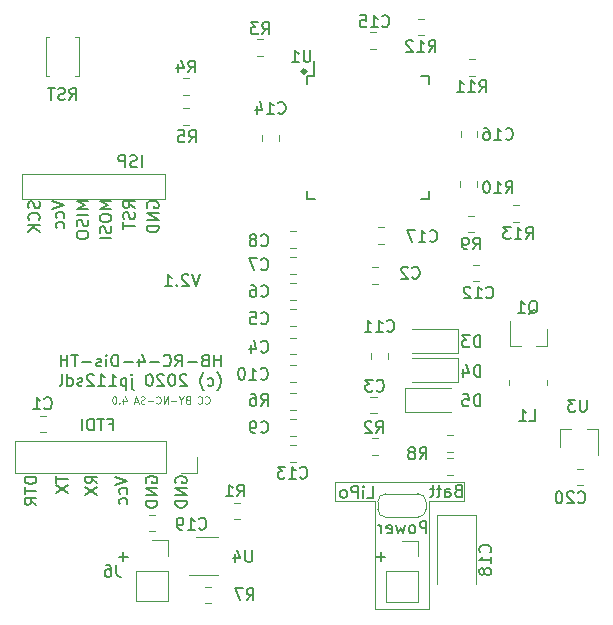
<source format=gbr>
G04 #@! TF.GenerationSoftware,KiCad,Pcbnew,(5.1.5-0-10_14)*
G04 #@! TF.CreationDate,2020-10-05T14:26:46+02:00*
G04 #@! TF.ProjectId,HB-RC-4-Dis-TH,48422d52-432d-4342-9d44-69732d54482e,rev?*
G04 #@! TF.SameCoordinates,Original*
G04 #@! TF.FileFunction,Legend,Bot*
G04 #@! TF.FilePolarity,Positive*
%FSLAX46Y46*%
G04 Gerber Fmt 4.6, Leading zero omitted, Abs format (unit mm)*
G04 Created by KiCad (PCBNEW (5.1.5-0-10_14)) date 2020-10-05 14:26:46*
%MOMM*%
%LPD*%
G04 APERTURE LIST*
%ADD10C,0.150000*%
%ADD11C,0.120000*%
%ADD12C,0.200000*%
%ADD13C,0.300000*%
%ADD14C,0.100000*%
G04 APERTURE END LIST*
D10*
X30323809Y-35752380D02*
X29990476Y-36752380D01*
X29657142Y-35752380D01*
X29371428Y-35847619D02*
X29323809Y-35800000D01*
X29228571Y-35752380D01*
X28990476Y-35752380D01*
X28895238Y-35800000D01*
X28847619Y-35847619D01*
X28800000Y-35942857D01*
X28800000Y-36038095D01*
X28847619Y-36180952D01*
X29419047Y-36752380D01*
X28800000Y-36752380D01*
X28371428Y-36657142D02*
X28323809Y-36704761D01*
X28371428Y-36752380D01*
X28419047Y-36704761D01*
X28371428Y-36657142D01*
X28371428Y-36752380D01*
X27371428Y-36752380D02*
X27942857Y-36752380D01*
X27657142Y-36752380D02*
X27657142Y-35752380D01*
X27752380Y-35895238D01*
X27847619Y-35990476D01*
X27942857Y-36038095D01*
D11*
X41740000Y-54930000D02*
X41740000Y-53330000D01*
X45140000Y-54930000D02*
X41740000Y-54930000D01*
X45140000Y-64130000D02*
X45140000Y-54930000D01*
X49740000Y-64130000D02*
X45140000Y-64130000D01*
X49740000Y-54930000D02*
X49740000Y-64130000D01*
X52740000Y-54930000D02*
X49740000Y-54930000D01*
X52740000Y-53330000D02*
X52740000Y-54930000D01*
X41840000Y-53330000D02*
X52740000Y-53330000D01*
D10*
X52192380Y-54058571D02*
X52049523Y-54106190D01*
X52001904Y-54153809D01*
X51954285Y-54249047D01*
X51954285Y-54391904D01*
X52001904Y-54487142D01*
X52049523Y-54534761D01*
X52144761Y-54582380D01*
X52525714Y-54582380D01*
X52525714Y-53582380D01*
X52192380Y-53582380D01*
X52097142Y-53630000D01*
X52049523Y-53677619D01*
X52001904Y-53772857D01*
X52001904Y-53868095D01*
X52049523Y-53963333D01*
X52097142Y-54010952D01*
X52192380Y-54058571D01*
X52525714Y-54058571D01*
X51097142Y-54582380D02*
X51097142Y-54058571D01*
X51144761Y-53963333D01*
X51240000Y-53915714D01*
X51430476Y-53915714D01*
X51525714Y-53963333D01*
X51097142Y-54534761D02*
X51192380Y-54582380D01*
X51430476Y-54582380D01*
X51525714Y-54534761D01*
X51573333Y-54439523D01*
X51573333Y-54344285D01*
X51525714Y-54249047D01*
X51430476Y-54201428D01*
X51192380Y-54201428D01*
X51097142Y-54153809D01*
X50763809Y-53915714D02*
X50382857Y-53915714D01*
X50620952Y-53582380D02*
X50620952Y-54439523D01*
X50573333Y-54534761D01*
X50478095Y-54582380D01*
X50382857Y-54582380D01*
X50192380Y-53915714D02*
X49811428Y-53915714D01*
X50049523Y-53582380D02*
X50049523Y-54439523D01*
X50001904Y-54534761D01*
X49906666Y-54582380D01*
X49811428Y-54582380D01*
X44520952Y-54682380D02*
X44997142Y-54682380D01*
X44997142Y-53682380D01*
X44187619Y-54682380D02*
X44187619Y-54015714D01*
X44187619Y-53682380D02*
X44235238Y-53730000D01*
X44187619Y-53777619D01*
X44140000Y-53730000D01*
X44187619Y-53682380D01*
X44187619Y-53777619D01*
X43711428Y-54682380D02*
X43711428Y-53682380D01*
X43330476Y-53682380D01*
X43235238Y-53730000D01*
X43187619Y-53777619D01*
X43140000Y-53872857D01*
X43140000Y-54015714D01*
X43187619Y-54110952D01*
X43235238Y-54158571D01*
X43330476Y-54206190D01*
X43711428Y-54206190D01*
X42568571Y-54682380D02*
X42663809Y-54634761D01*
X42711428Y-54587142D01*
X42759047Y-54491904D01*
X42759047Y-54206190D01*
X42711428Y-54110952D01*
X42663809Y-54063333D01*
X42568571Y-54015714D01*
X42425714Y-54015714D01*
X42330476Y-54063333D01*
X42282857Y-54110952D01*
X42235238Y-54206190D01*
X42235238Y-54491904D01*
X42282857Y-54587142D01*
X42330476Y-54634761D01*
X42425714Y-54682380D01*
X42568571Y-54682380D01*
D12*
X45259047Y-59658571D02*
X46020952Y-59658571D01*
X45640000Y-59277619D02*
X45640000Y-60039523D01*
D13*
X39290000Y-18580000D02*
G75*
G03X39290000Y-18580000I-150000J0D01*
G01*
D12*
X23459047Y-59658571D02*
X24220952Y-59658571D01*
X23840000Y-59277619D02*
X23840000Y-60039523D01*
D14*
X30782857Y-46644285D02*
X30811428Y-46672857D01*
X30897142Y-46701428D01*
X30954285Y-46701428D01*
X31040000Y-46672857D01*
X31097142Y-46615714D01*
X31125714Y-46558571D01*
X31154285Y-46444285D01*
X31154285Y-46358571D01*
X31125714Y-46244285D01*
X31097142Y-46187142D01*
X31040000Y-46130000D01*
X30954285Y-46101428D01*
X30897142Y-46101428D01*
X30811428Y-46130000D01*
X30782857Y-46158571D01*
X30182857Y-46644285D02*
X30211428Y-46672857D01*
X30297142Y-46701428D01*
X30354285Y-46701428D01*
X30440000Y-46672857D01*
X30497142Y-46615714D01*
X30525714Y-46558571D01*
X30554285Y-46444285D01*
X30554285Y-46358571D01*
X30525714Y-46244285D01*
X30497142Y-46187142D01*
X30440000Y-46130000D01*
X30354285Y-46101428D01*
X30297142Y-46101428D01*
X30211428Y-46130000D01*
X30182857Y-46158571D01*
X29268571Y-46387142D02*
X29182857Y-46415714D01*
X29154285Y-46444285D01*
X29125714Y-46501428D01*
X29125714Y-46587142D01*
X29154285Y-46644285D01*
X29182857Y-46672857D01*
X29240000Y-46701428D01*
X29468571Y-46701428D01*
X29468571Y-46101428D01*
X29268571Y-46101428D01*
X29211428Y-46130000D01*
X29182857Y-46158571D01*
X29154285Y-46215714D01*
X29154285Y-46272857D01*
X29182857Y-46330000D01*
X29211428Y-46358571D01*
X29268571Y-46387142D01*
X29468571Y-46387142D01*
X28754285Y-46415714D02*
X28754285Y-46701428D01*
X28954285Y-46101428D02*
X28754285Y-46415714D01*
X28554285Y-46101428D01*
X28354285Y-46472857D02*
X27897142Y-46472857D01*
X27611428Y-46701428D02*
X27611428Y-46101428D01*
X27268571Y-46701428D01*
X27268571Y-46101428D01*
X26640000Y-46644285D02*
X26668571Y-46672857D01*
X26754285Y-46701428D01*
X26811428Y-46701428D01*
X26897142Y-46672857D01*
X26954285Y-46615714D01*
X26982857Y-46558571D01*
X27011428Y-46444285D01*
X27011428Y-46358571D01*
X26982857Y-46244285D01*
X26954285Y-46187142D01*
X26897142Y-46130000D01*
X26811428Y-46101428D01*
X26754285Y-46101428D01*
X26668571Y-46130000D01*
X26640000Y-46158571D01*
X26382857Y-46472857D02*
X25925714Y-46472857D01*
X25668571Y-46672857D02*
X25582857Y-46701428D01*
X25440000Y-46701428D01*
X25382857Y-46672857D01*
X25354285Y-46644285D01*
X25325714Y-46587142D01*
X25325714Y-46530000D01*
X25354285Y-46472857D01*
X25382857Y-46444285D01*
X25440000Y-46415714D01*
X25554285Y-46387142D01*
X25611428Y-46358571D01*
X25640000Y-46330000D01*
X25668571Y-46272857D01*
X25668571Y-46215714D01*
X25640000Y-46158571D01*
X25611428Y-46130000D01*
X25554285Y-46101428D01*
X25411428Y-46101428D01*
X25325714Y-46130000D01*
X25097142Y-46530000D02*
X24811428Y-46530000D01*
X25154285Y-46701428D02*
X24954285Y-46101428D01*
X24754285Y-46701428D01*
X23840000Y-46301428D02*
X23840000Y-46701428D01*
X23982857Y-46072857D02*
X24125714Y-46501428D01*
X23754285Y-46501428D01*
X23525714Y-46644285D02*
X23497142Y-46672857D01*
X23525714Y-46701428D01*
X23554285Y-46672857D01*
X23525714Y-46644285D01*
X23525714Y-46701428D01*
X23125714Y-46101428D02*
X23068571Y-46101428D01*
X23011428Y-46130000D01*
X22982857Y-46158571D01*
X22954285Y-46215714D01*
X22925714Y-46330000D01*
X22925714Y-46472857D01*
X22954285Y-46587142D01*
X22982857Y-46644285D01*
X23011428Y-46672857D01*
X23068571Y-46701428D01*
X23125714Y-46701428D01*
X23182857Y-46672857D01*
X23211428Y-46644285D01*
X23240000Y-46587142D01*
X23268571Y-46472857D01*
X23268571Y-46330000D01*
X23240000Y-46215714D01*
X23211428Y-46158571D01*
X23182857Y-46130000D01*
X23125714Y-46101428D01*
D10*
X32125714Y-43557380D02*
X32125714Y-42557380D01*
X32125714Y-43033571D02*
X31554285Y-43033571D01*
X31554285Y-43557380D02*
X31554285Y-42557380D01*
X30744761Y-43033571D02*
X30601904Y-43081190D01*
X30554285Y-43128809D01*
X30506666Y-43224047D01*
X30506666Y-43366904D01*
X30554285Y-43462142D01*
X30601904Y-43509761D01*
X30697142Y-43557380D01*
X31078095Y-43557380D01*
X31078095Y-42557380D01*
X30744761Y-42557380D01*
X30649523Y-42605000D01*
X30601904Y-42652619D01*
X30554285Y-42747857D01*
X30554285Y-42843095D01*
X30601904Y-42938333D01*
X30649523Y-42985952D01*
X30744761Y-43033571D01*
X31078095Y-43033571D01*
X30078095Y-43176428D02*
X29316190Y-43176428D01*
X28268571Y-43557380D02*
X28601904Y-43081190D01*
X28840000Y-43557380D02*
X28840000Y-42557380D01*
X28459047Y-42557380D01*
X28363809Y-42605000D01*
X28316190Y-42652619D01*
X28268571Y-42747857D01*
X28268571Y-42890714D01*
X28316190Y-42985952D01*
X28363809Y-43033571D01*
X28459047Y-43081190D01*
X28840000Y-43081190D01*
X27268571Y-43462142D02*
X27316190Y-43509761D01*
X27459047Y-43557380D01*
X27554285Y-43557380D01*
X27697142Y-43509761D01*
X27792380Y-43414523D01*
X27840000Y-43319285D01*
X27887619Y-43128809D01*
X27887619Y-42985952D01*
X27840000Y-42795476D01*
X27792380Y-42700238D01*
X27697142Y-42605000D01*
X27554285Y-42557380D01*
X27459047Y-42557380D01*
X27316190Y-42605000D01*
X27268571Y-42652619D01*
X26840000Y-43176428D02*
X26078095Y-43176428D01*
X25173333Y-42890714D02*
X25173333Y-43557380D01*
X25411428Y-42509761D02*
X25649523Y-43224047D01*
X25030476Y-43224047D01*
X24649523Y-43176428D02*
X23887619Y-43176428D01*
X23411428Y-43557380D02*
X23411428Y-42557380D01*
X23173333Y-42557380D01*
X23030476Y-42605000D01*
X22935238Y-42700238D01*
X22887619Y-42795476D01*
X22840000Y-42985952D01*
X22840000Y-43128809D01*
X22887619Y-43319285D01*
X22935238Y-43414523D01*
X23030476Y-43509761D01*
X23173333Y-43557380D01*
X23411428Y-43557380D01*
X22411428Y-43557380D02*
X22411428Y-42890714D01*
X22411428Y-42557380D02*
X22459047Y-42605000D01*
X22411428Y-42652619D01*
X22363809Y-42605000D01*
X22411428Y-42557380D01*
X22411428Y-42652619D01*
X21982857Y-43509761D02*
X21887619Y-43557380D01*
X21697142Y-43557380D01*
X21601904Y-43509761D01*
X21554285Y-43414523D01*
X21554285Y-43366904D01*
X21601904Y-43271666D01*
X21697142Y-43224047D01*
X21840000Y-43224047D01*
X21935238Y-43176428D01*
X21982857Y-43081190D01*
X21982857Y-43033571D01*
X21935238Y-42938333D01*
X21840000Y-42890714D01*
X21697142Y-42890714D01*
X21601904Y-42938333D01*
X21125714Y-43176428D02*
X20363809Y-43176428D01*
X20030476Y-42557380D02*
X19459047Y-42557380D01*
X19744761Y-43557380D02*
X19744761Y-42557380D01*
X19125714Y-43557380D02*
X19125714Y-42557380D01*
X19125714Y-43033571D02*
X18554285Y-43033571D01*
X18554285Y-43557380D02*
X18554285Y-42557380D01*
X31816190Y-45588333D02*
X31863809Y-45540714D01*
X31959047Y-45397857D01*
X32006666Y-45302619D01*
X32054285Y-45159761D01*
X32101904Y-44921666D01*
X32101904Y-44731190D01*
X32054285Y-44493095D01*
X32006666Y-44350238D01*
X31959047Y-44255000D01*
X31863809Y-44112142D01*
X31816190Y-44064523D01*
X31006666Y-45159761D02*
X31101904Y-45207380D01*
X31292380Y-45207380D01*
X31387619Y-45159761D01*
X31435238Y-45112142D01*
X31482857Y-45016904D01*
X31482857Y-44731190D01*
X31435238Y-44635952D01*
X31387619Y-44588333D01*
X31292380Y-44540714D01*
X31101904Y-44540714D01*
X31006666Y-44588333D01*
X30673333Y-45588333D02*
X30625714Y-45540714D01*
X30530476Y-45397857D01*
X30482857Y-45302619D01*
X30435238Y-45159761D01*
X30387619Y-44921666D01*
X30387619Y-44731190D01*
X30435238Y-44493095D01*
X30482857Y-44350238D01*
X30530476Y-44255000D01*
X30625714Y-44112142D01*
X30673333Y-44064523D01*
X29197142Y-44302619D02*
X29149523Y-44255000D01*
X29054285Y-44207380D01*
X28816190Y-44207380D01*
X28720952Y-44255000D01*
X28673333Y-44302619D01*
X28625714Y-44397857D01*
X28625714Y-44493095D01*
X28673333Y-44635952D01*
X29244761Y-45207380D01*
X28625714Y-45207380D01*
X28006666Y-44207380D02*
X27911428Y-44207380D01*
X27816190Y-44255000D01*
X27768571Y-44302619D01*
X27720952Y-44397857D01*
X27673333Y-44588333D01*
X27673333Y-44826428D01*
X27720952Y-45016904D01*
X27768571Y-45112142D01*
X27816190Y-45159761D01*
X27911428Y-45207380D01*
X28006666Y-45207380D01*
X28101904Y-45159761D01*
X28149523Y-45112142D01*
X28197142Y-45016904D01*
X28244761Y-44826428D01*
X28244761Y-44588333D01*
X28197142Y-44397857D01*
X28149523Y-44302619D01*
X28101904Y-44255000D01*
X28006666Y-44207380D01*
X27292380Y-44302619D02*
X27244761Y-44255000D01*
X27149523Y-44207380D01*
X26911428Y-44207380D01*
X26816190Y-44255000D01*
X26768571Y-44302619D01*
X26720952Y-44397857D01*
X26720952Y-44493095D01*
X26768571Y-44635952D01*
X27340000Y-45207380D01*
X26720952Y-45207380D01*
X26101904Y-44207380D02*
X26006666Y-44207380D01*
X25911428Y-44255000D01*
X25863809Y-44302619D01*
X25816190Y-44397857D01*
X25768571Y-44588333D01*
X25768571Y-44826428D01*
X25816190Y-45016904D01*
X25863809Y-45112142D01*
X25911428Y-45159761D01*
X26006666Y-45207380D01*
X26101904Y-45207380D01*
X26197142Y-45159761D01*
X26244761Y-45112142D01*
X26292380Y-45016904D01*
X26340000Y-44826428D01*
X26340000Y-44588333D01*
X26292380Y-44397857D01*
X26244761Y-44302619D01*
X26197142Y-44255000D01*
X26101904Y-44207380D01*
X24578095Y-44540714D02*
X24578095Y-45397857D01*
X24625714Y-45493095D01*
X24720952Y-45540714D01*
X24768571Y-45540714D01*
X24578095Y-44207380D02*
X24625714Y-44255000D01*
X24578095Y-44302619D01*
X24530476Y-44255000D01*
X24578095Y-44207380D01*
X24578095Y-44302619D01*
X24101904Y-44540714D02*
X24101904Y-45540714D01*
X24101904Y-44588333D02*
X24006666Y-44540714D01*
X23816190Y-44540714D01*
X23720952Y-44588333D01*
X23673333Y-44635952D01*
X23625714Y-44731190D01*
X23625714Y-45016904D01*
X23673333Y-45112142D01*
X23720952Y-45159761D01*
X23816190Y-45207380D01*
X24006666Y-45207380D01*
X24101904Y-45159761D01*
X22673333Y-45207380D02*
X23244761Y-45207380D01*
X22959047Y-45207380D02*
X22959047Y-44207380D01*
X23054285Y-44350238D01*
X23149523Y-44445476D01*
X23244761Y-44493095D01*
X21720952Y-45207380D02*
X22292380Y-45207380D01*
X22006666Y-45207380D02*
X22006666Y-44207380D01*
X22101904Y-44350238D01*
X22197142Y-44445476D01*
X22292380Y-44493095D01*
X21340000Y-44302619D02*
X21292380Y-44255000D01*
X21197142Y-44207380D01*
X20959047Y-44207380D01*
X20863809Y-44255000D01*
X20816190Y-44302619D01*
X20768571Y-44397857D01*
X20768571Y-44493095D01*
X20816190Y-44635952D01*
X21387619Y-45207380D01*
X20768571Y-45207380D01*
X20387619Y-45159761D02*
X20292380Y-45207380D01*
X20101904Y-45207380D01*
X20006666Y-45159761D01*
X19959047Y-45064523D01*
X19959047Y-45016904D01*
X20006666Y-44921666D01*
X20101904Y-44874047D01*
X20244761Y-44874047D01*
X20340000Y-44826428D01*
X20387619Y-44731190D01*
X20387619Y-44683571D01*
X20340000Y-44588333D01*
X20244761Y-44540714D01*
X20101904Y-44540714D01*
X20006666Y-44588333D01*
X19101904Y-45207380D02*
X19101904Y-44207380D01*
X19101904Y-45159761D02*
X19197142Y-45207380D01*
X19387619Y-45207380D01*
X19482857Y-45159761D01*
X19530476Y-45112142D01*
X19578095Y-45016904D01*
X19578095Y-44731190D01*
X19530476Y-44635952D01*
X19482857Y-44588333D01*
X19387619Y-44540714D01*
X19197142Y-44540714D01*
X19101904Y-44588333D01*
X18482857Y-45207380D02*
X18578095Y-45159761D01*
X18625714Y-45064523D01*
X18625714Y-44207380D01*
X28290000Y-53418095D02*
X28242380Y-53322857D01*
X28242380Y-53180000D01*
X28290000Y-53037142D01*
X28385238Y-52941904D01*
X28480476Y-52894285D01*
X28670952Y-52846666D01*
X28813809Y-52846666D01*
X29004285Y-52894285D01*
X29099523Y-52941904D01*
X29194761Y-53037142D01*
X29242380Y-53180000D01*
X29242380Y-53275238D01*
X29194761Y-53418095D01*
X29147142Y-53465714D01*
X28813809Y-53465714D01*
X28813809Y-53275238D01*
X29242380Y-53894285D02*
X28242380Y-53894285D01*
X29242380Y-54465714D01*
X28242380Y-54465714D01*
X29242380Y-54941904D02*
X28242380Y-54941904D01*
X28242380Y-55180000D01*
X28290000Y-55322857D01*
X28385238Y-55418095D01*
X28480476Y-55465714D01*
X28670952Y-55513333D01*
X28813809Y-55513333D01*
X29004285Y-55465714D01*
X29099523Y-55418095D01*
X29194761Y-55322857D01*
X29242380Y-55180000D01*
X29242380Y-54941904D01*
X25790000Y-53418095D02*
X25742380Y-53322857D01*
X25742380Y-53180000D01*
X25790000Y-53037142D01*
X25885238Y-52941904D01*
X25980476Y-52894285D01*
X26170952Y-52846666D01*
X26313809Y-52846666D01*
X26504285Y-52894285D01*
X26599523Y-52941904D01*
X26694761Y-53037142D01*
X26742380Y-53180000D01*
X26742380Y-53275238D01*
X26694761Y-53418095D01*
X26647142Y-53465714D01*
X26313809Y-53465714D01*
X26313809Y-53275238D01*
X26742380Y-53894285D02*
X25742380Y-53894285D01*
X26742380Y-54465714D01*
X25742380Y-54465714D01*
X26742380Y-54941904D02*
X25742380Y-54941904D01*
X25742380Y-55180000D01*
X25790000Y-55322857D01*
X25885238Y-55418095D01*
X25980476Y-55465714D01*
X26170952Y-55513333D01*
X26313809Y-55513333D01*
X26504285Y-55465714D01*
X26599523Y-55418095D01*
X26694761Y-55322857D01*
X26742380Y-55180000D01*
X26742380Y-54941904D01*
X23192380Y-52889523D02*
X24192380Y-53222857D01*
X23192380Y-53556190D01*
X24144761Y-54318095D02*
X24192380Y-54222857D01*
X24192380Y-54032380D01*
X24144761Y-53937142D01*
X24097142Y-53889523D01*
X24001904Y-53841904D01*
X23716190Y-53841904D01*
X23620952Y-53889523D01*
X23573333Y-53937142D01*
X23525714Y-54032380D01*
X23525714Y-54222857D01*
X23573333Y-54318095D01*
X24144761Y-55175238D02*
X24192380Y-55080000D01*
X24192380Y-54889523D01*
X24144761Y-54794285D01*
X24097142Y-54746666D01*
X24001904Y-54699047D01*
X23716190Y-54699047D01*
X23620952Y-54746666D01*
X23573333Y-54794285D01*
X23525714Y-54889523D01*
X23525714Y-55080000D01*
X23573333Y-55175238D01*
X21642380Y-53463333D02*
X21166190Y-53130000D01*
X21642380Y-52891904D02*
X20642380Y-52891904D01*
X20642380Y-53272857D01*
X20690000Y-53368095D01*
X20737619Y-53415714D01*
X20832857Y-53463333D01*
X20975714Y-53463333D01*
X21070952Y-53415714D01*
X21118571Y-53368095D01*
X21166190Y-53272857D01*
X21166190Y-52891904D01*
X20642380Y-53796666D02*
X21642380Y-54463333D01*
X20642380Y-54463333D02*
X21642380Y-53796666D01*
X18142380Y-52818095D02*
X18142380Y-53389523D01*
X19142380Y-53103809D02*
X18142380Y-53103809D01*
X18142380Y-53627619D02*
X19142380Y-54294285D01*
X18142380Y-54294285D02*
X19142380Y-53627619D01*
X16492380Y-52937142D02*
X15492380Y-52937142D01*
X15492380Y-53175238D01*
X15540000Y-53318095D01*
X15635238Y-53413333D01*
X15730476Y-53460952D01*
X15920952Y-53508571D01*
X16063809Y-53508571D01*
X16254285Y-53460952D01*
X16349523Y-53413333D01*
X16444761Y-53318095D01*
X16492380Y-53175238D01*
X16492380Y-52937142D01*
X15492380Y-53794285D02*
X15492380Y-54365714D01*
X16492380Y-54080000D02*
X15492380Y-54080000D01*
X16492380Y-55270476D02*
X16016190Y-54937142D01*
X16492380Y-54699047D02*
X15492380Y-54699047D01*
X15492380Y-55080000D01*
X15540000Y-55175238D01*
X15587619Y-55222857D01*
X15682857Y-55270476D01*
X15825714Y-55270476D01*
X15920952Y-55222857D01*
X15968571Y-55175238D01*
X16016190Y-55080000D01*
X16016190Y-54699047D01*
X25890000Y-30118095D02*
X25842380Y-30022857D01*
X25842380Y-29880000D01*
X25890000Y-29737142D01*
X25985238Y-29641904D01*
X26080476Y-29594285D01*
X26270952Y-29546666D01*
X26413809Y-29546666D01*
X26604285Y-29594285D01*
X26699523Y-29641904D01*
X26794761Y-29737142D01*
X26842380Y-29880000D01*
X26842380Y-29975238D01*
X26794761Y-30118095D01*
X26747142Y-30165714D01*
X26413809Y-30165714D01*
X26413809Y-29975238D01*
X26842380Y-30594285D02*
X25842380Y-30594285D01*
X26842380Y-31165714D01*
X25842380Y-31165714D01*
X26842380Y-31641904D02*
X25842380Y-31641904D01*
X25842380Y-31880000D01*
X25890000Y-32022857D01*
X25985238Y-32118095D01*
X26080476Y-32165714D01*
X26270952Y-32213333D01*
X26413809Y-32213333D01*
X26604285Y-32165714D01*
X26699523Y-32118095D01*
X26794761Y-32022857D01*
X26842380Y-31880000D01*
X26842380Y-31641904D01*
X24842380Y-30132380D02*
X24366190Y-29799047D01*
X24842380Y-29560952D02*
X23842380Y-29560952D01*
X23842380Y-29941904D01*
X23890000Y-30037142D01*
X23937619Y-30084761D01*
X24032857Y-30132380D01*
X24175714Y-30132380D01*
X24270952Y-30084761D01*
X24318571Y-30037142D01*
X24366190Y-29941904D01*
X24366190Y-29560952D01*
X24794761Y-30513333D02*
X24842380Y-30656190D01*
X24842380Y-30894285D01*
X24794761Y-30989523D01*
X24747142Y-31037142D01*
X24651904Y-31084761D01*
X24556666Y-31084761D01*
X24461428Y-31037142D01*
X24413809Y-30989523D01*
X24366190Y-30894285D01*
X24318571Y-30703809D01*
X24270952Y-30608571D01*
X24223333Y-30560952D01*
X24128095Y-30513333D01*
X24032857Y-30513333D01*
X23937619Y-30560952D01*
X23890000Y-30608571D01*
X23842380Y-30703809D01*
X23842380Y-30941904D01*
X23890000Y-31084761D01*
X23842380Y-31370476D02*
X23842380Y-31941904D01*
X24842380Y-31656190D02*
X23842380Y-31656190D01*
X22842380Y-29558571D02*
X21842380Y-29558571D01*
X22556666Y-29891904D01*
X21842380Y-30225238D01*
X22842380Y-30225238D01*
X21842380Y-30891904D02*
X21842380Y-31082380D01*
X21890000Y-31177619D01*
X21985238Y-31272857D01*
X22175714Y-31320476D01*
X22509047Y-31320476D01*
X22699523Y-31272857D01*
X22794761Y-31177619D01*
X22842380Y-31082380D01*
X22842380Y-30891904D01*
X22794761Y-30796666D01*
X22699523Y-30701428D01*
X22509047Y-30653809D01*
X22175714Y-30653809D01*
X21985238Y-30701428D01*
X21890000Y-30796666D01*
X21842380Y-30891904D01*
X22794761Y-31701428D02*
X22842380Y-31844285D01*
X22842380Y-32082380D01*
X22794761Y-32177619D01*
X22747142Y-32225238D01*
X22651904Y-32272857D01*
X22556666Y-32272857D01*
X22461428Y-32225238D01*
X22413809Y-32177619D01*
X22366190Y-32082380D01*
X22318571Y-31891904D01*
X22270952Y-31796666D01*
X22223333Y-31749047D01*
X22128095Y-31701428D01*
X22032857Y-31701428D01*
X21937619Y-31749047D01*
X21890000Y-31796666D01*
X21842380Y-31891904D01*
X21842380Y-32130000D01*
X21890000Y-32272857D01*
X22842380Y-32701428D02*
X21842380Y-32701428D01*
X20892380Y-29558571D02*
X19892380Y-29558571D01*
X20606666Y-29891904D01*
X19892380Y-30225238D01*
X20892380Y-30225238D01*
X20892380Y-30701428D02*
X19892380Y-30701428D01*
X20844761Y-31130000D02*
X20892380Y-31272857D01*
X20892380Y-31510952D01*
X20844761Y-31606190D01*
X20797142Y-31653809D01*
X20701904Y-31701428D01*
X20606666Y-31701428D01*
X20511428Y-31653809D01*
X20463809Y-31606190D01*
X20416190Y-31510952D01*
X20368571Y-31320476D01*
X20320952Y-31225238D01*
X20273333Y-31177619D01*
X20178095Y-31130000D01*
X20082857Y-31130000D01*
X19987619Y-31177619D01*
X19940000Y-31225238D01*
X19892380Y-31320476D01*
X19892380Y-31558571D01*
X19940000Y-31701428D01*
X19892380Y-32320476D02*
X19892380Y-32510952D01*
X19940000Y-32606190D01*
X20035238Y-32701428D01*
X20225714Y-32749047D01*
X20559047Y-32749047D01*
X20749523Y-32701428D01*
X20844761Y-32606190D01*
X20892380Y-32510952D01*
X20892380Y-32320476D01*
X20844761Y-32225238D01*
X20749523Y-32130000D01*
X20559047Y-32082380D01*
X20225714Y-32082380D01*
X20035238Y-32130000D01*
X19940000Y-32225238D01*
X19892380Y-32320476D01*
X17842380Y-29539523D02*
X18842380Y-29872857D01*
X17842380Y-30206190D01*
X18794761Y-30968095D02*
X18842380Y-30872857D01*
X18842380Y-30682380D01*
X18794761Y-30587142D01*
X18747142Y-30539523D01*
X18651904Y-30491904D01*
X18366190Y-30491904D01*
X18270952Y-30539523D01*
X18223333Y-30587142D01*
X18175714Y-30682380D01*
X18175714Y-30872857D01*
X18223333Y-30968095D01*
X18794761Y-31825238D02*
X18842380Y-31730000D01*
X18842380Y-31539523D01*
X18794761Y-31444285D01*
X18747142Y-31396666D01*
X18651904Y-31349047D01*
X18366190Y-31349047D01*
X18270952Y-31396666D01*
X18223333Y-31444285D01*
X18175714Y-31539523D01*
X18175714Y-31730000D01*
X18223333Y-31825238D01*
X16744761Y-29594285D02*
X16792380Y-29737142D01*
X16792380Y-29975238D01*
X16744761Y-30070476D01*
X16697142Y-30118095D01*
X16601904Y-30165714D01*
X16506666Y-30165714D01*
X16411428Y-30118095D01*
X16363809Y-30070476D01*
X16316190Y-29975238D01*
X16268571Y-29784761D01*
X16220952Y-29689523D01*
X16173333Y-29641904D01*
X16078095Y-29594285D01*
X15982857Y-29594285D01*
X15887619Y-29641904D01*
X15840000Y-29689523D01*
X15792380Y-29784761D01*
X15792380Y-30022857D01*
X15840000Y-30165714D01*
X16697142Y-31165714D02*
X16744761Y-31118095D01*
X16792380Y-30975238D01*
X16792380Y-30880000D01*
X16744761Y-30737142D01*
X16649523Y-30641904D01*
X16554285Y-30594285D01*
X16363809Y-30546666D01*
X16220952Y-30546666D01*
X16030476Y-30594285D01*
X15935238Y-30641904D01*
X15840000Y-30737142D01*
X15792380Y-30880000D01*
X15792380Y-30975238D01*
X15840000Y-31118095D01*
X15887619Y-31165714D01*
X16792380Y-31594285D02*
X15792380Y-31594285D01*
X16792380Y-32165714D02*
X16220952Y-31737142D01*
X15792380Y-32165714D02*
X16363809Y-31594285D01*
D11*
X17290000Y-19000000D02*
X17590000Y-19000000D01*
X17290000Y-15700000D02*
X17290000Y-19000000D01*
X17590000Y-15700000D02*
X17290000Y-15700000D01*
X20090000Y-19000000D02*
X19790000Y-19000000D01*
X20090000Y-15700000D02*
X20090000Y-19000000D01*
X19790000Y-15700000D02*
X20090000Y-15700000D01*
X51791252Y-50780000D02*
X51268748Y-50780000D01*
X51791252Y-49360000D02*
X51268748Y-49360000D01*
X57361252Y-29890000D02*
X56838748Y-29890000D01*
X57361252Y-31310000D02*
X56838748Y-31310000D01*
X48840000Y-54330000D02*
X46040000Y-54330000D01*
X45390000Y-55030000D02*
X45390000Y-55630000D01*
X46040000Y-56330000D02*
X48840000Y-56330000D01*
X49490000Y-55630000D02*
X49490000Y-55030000D01*
X49490000Y-55030000D02*
G75*
G03X48790000Y-54330000I-700000J0D01*
G01*
X48790000Y-56330000D02*
G75*
G03X49490000Y-55630000I0J700000D01*
G01*
X45390000Y-55630000D02*
G75*
G03X46090000Y-56330000I700000J0D01*
G01*
X46090000Y-54330000D02*
G75*
G03X45390000Y-55030000I0J-700000D01*
G01*
X31849500Y-61214000D02*
X29399500Y-61214000D01*
X30049500Y-57994000D02*
X31849500Y-57994000D01*
X60860000Y-48894000D02*
X60860000Y-50354000D01*
X64020000Y-48894000D02*
X64020000Y-51054000D01*
X64020000Y-48894000D02*
X63090000Y-48894000D01*
X60860000Y-48894000D02*
X61790000Y-48894000D01*
X48768748Y-14120000D02*
X49291252Y-14120000D01*
X48768748Y-15540000D02*
X49291252Y-15540000D01*
X53088748Y-17530000D02*
X53611252Y-17530000D01*
X53088748Y-18950000D02*
X53611252Y-18950000D01*
X53810000Y-27848748D02*
X53810000Y-28371252D01*
X52390000Y-27848748D02*
X52390000Y-28371252D01*
X53561252Y-30790000D02*
X53038748Y-30790000D01*
X53561252Y-32210000D02*
X53038748Y-32210000D01*
X31274252Y-63616000D02*
X30751748Y-63616000D01*
X31274252Y-62196000D02*
X30751748Y-62196000D01*
X27630000Y-58260000D02*
X26300000Y-58260000D01*
X27630000Y-59590000D02*
X27630000Y-58260000D01*
X27630000Y-60860000D02*
X24970000Y-60860000D01*
X24970000Y-60860000D02*
X24970000Y-63460000D01*
X27630000Y-60860000D02*
X27630000Y-63460000D01*
X27630000Y-63460000D02*
X24970000Y-63460000D01*
X62248748Y-52210000D02*
X62771252Y-52210000D01*
X62248748Y-53630000D02*
X62771252Y-53630000D01*
X26042748Y-56110000D02*
X26565252Y-56110000D01*
X26042748Y-57530000D02*
X26565252Y-57530000D01*
X45926252Y-31795000D02*
X45403748Y-31795000D01*
X45926252Y-33215000D02*
X45403748Y-33215000D01*
X53825000Y-23643748D02*
X53825000Y-24166252D01*
X52405000Y-23643748D02*
X52405000Y-24166252D01*
X44753748Y-16690000D02*
X45276252Y-16690000D01*
X44753748Y-15270000D02*
X45276252Y-15270000D01*
X27381400Y-29390000D02*
X27381400Y-27270000D01*
X27381400Y-27270000D02*
X15280000Y-27270000D01*
X27381400Y-29396800D02*
X15280000Y-29390000D01*
X15280000Y-29390000D02*
X15280000Y-27270000D01*
X50415000Y-56180000D02*
X50415000Y-61980000D01*
X53715000Y-56180000D02*
X53715000Y-61980000D01*
X50415000Y-56180000D02*
X53715000Y-56180000D01*
X48770000Y-58300000D02*
X47440000Y-58300000D01*
X48770000Y-59630000D02*
X48770000Y-58300000D01*
X48770000Y-60900000D02*
X46110000Y-60900000D01*
X46110000Y-60900000D02*
X46110000Y-63500000D01*
X48770000Y-60900000D02*
X48770000Y-63500000D01*
X48770000Y-63500000D02*
X46110000Y-63500000D01*
X35590000Y-24491252D02*
X35590000Y-23968748D01*
X37010000Y-24491252D02*
X37010000Y-23968748D01*
X30070000Y-52560000D02*
X30070000Y-51230000D01*
X28740000Y-52560000D02*
X30070000Y-52560000D01*
X27470000Y-52560000D02*
X27470000Y-49900000D01*
X27470000Y-49900000D02*
X14710000Y-49900000D01*
X27470000Y-52560000D02*
X14710000Y-52560000D01*
X14710000Y-52560000D02*
X14710000Y-49900000D01*
X51801252Y-52740000D02*
X51278748Y-52740000D01*
X51801252Y-51320000D02*
X51278748Y-51320000D01*
X38501252Y-45820000D02*
X37978748Y-45820000D01*
X38501252Y-47240000D02*
X37978748Y-47240000D01*
X59720000Y-41870000D02*
X59720000Y-40410000D01*
X56560000Y-41870000D02*
X56560000Y-39710000D01*
X56560000Y-41870000D02*
X57490000Y-41870000D01*
X59720000Y-41870000D02*
X58790000Y-41870000D01*
X59740000Y-45150000D02*
X59740000Y-44750000D01*
X56540000Y-45150000D02*
X56540000Y-44750000D01*
X47690000Y-47380000D02*
X51590000Y-47380000D01*
X47690000Y-45380000D02*
X51590000Y-45380000D01*
X47690000Y-47380000D02*
X47690000Y-45380000D01*
X52190000Y-42880000D02*
X48290000Y-42880000D01*
X52190000Y-44880000D02*
X48290000Y-44880000D01*
X52190000Y-42880000D02*
X52190000Y-44880000D01*
X52190000Y-40380000D02*
X48290000Y-40380000D01*
X52190000Y-42380000D02*
X48290000Y-42380000D01*
X52190000Y-40380000D02*
X52190000Y-42380000D01*
X37978748Y-51640000D02*
X38501252Y-51640000D01*
X37978748Y-50220000D02*
X38501252Y-50220000D01*
X53478748Y-34945000D02*
X54001252Y-34945000D01*
X53478748Y-36365000D02*
X54001252Y-36365000D01*
X44860000Y-42961252D02*
X44860000Y-42438748D01*
X46280000Y-42961252D02*
X46280000Y-42438748D01*
X38501252Y-43420000D02*
X37978748Y-43420000D01*
X38501252Y-44840000D02*
X37978748Y-44840000D01*
X38501252Y-48020000D02*
X37978748Y-48020000D01*
X38501252Y-49440000D02*
X37978748Y-49440000D01*
X38501252Y-32120000D02*
X37978748Y-32120000D01*
X38501252Y-33540000D02*
X37978748Y-33540000D01*
X38501252Y-34320000D02*
X37978748Y-34320000D01*
X38501252Y-35740000D02*
X37978748Y-35740000D01*
X38501252Y-36520000D02*
X37978748Y-36520000D01*
X38501252Y-37940000D02*
X37978748Y-37940000D01*
X38501252Y-38720000D02*
X37978748Y-38720000D01*
X38501252Y-40140000D02*
X37978748Y-40140000D01*
X38501252Y-41120000D02*
X37978748Y-41120000D01*
X38501252Y-42540000D02*
X37978748Y-42540000D01*
X44778748Y-46120000D02*
X45301252Y-46120000D01*
X44778748Y-47540000D02*
X45301252Y-47540000D01*
D10*
X39990000Y-19005000D02*
X39990000Y-17730000D01*
X39415000Y-29355000D02*
X39415000Y-28680000D01*
X49765000Y-29355000D02*
X49765000Y-28680000D01*
X49765000Y-19005000D02*
X49765000Y-19680000D01*
X39415000Y-19005000D02*
X39415000Y-19680000D01*
X49765000Y-19005000D02*
X49090000Y-19005000D01*
X49765000Y-29355000D02*
X49090000Y-29355000D01*
X39415000Y-29355000D02*
X40090000Y-29355000D01*
X39415000Y-19005000D02*
X39990000Y-19005000D01*
D11*
X29441252Y-23140000D02*
X28918748Y-23140000D01*
X29441252Y-21720000D02*
X28918748Y-21720000D01*
X29441252Y-20570000D02*
X28918748Y-20570000D01*
X29441252Y-19150000D02*
X28918748Y-19150000D01*
X35178748Y-17240000D02*
X35701252Y-17240000D01*
X35178748Y-15820000D02*
X35701252Y-15820000D01*
X45401252Y-51040000D02*
X44878748Y-51040000D01*
X45401252Y-49620000D02*
X44878748Y-49620000D01*
X33218748Y-55084000D02*
X33741252Y-55084000D01*
X33218748Y-56504000D02*
X33741252Y-56504000D01*
X44878748Y-35120000D02*
X45401252Y-35120000D01*
X44878748Y-36540000D02*
X45401252Y-36540000D01*
X17321252Y-47720000D02*
X16798748Y-47720000D01*
X17321252Y-49140000D02*
X16798748Y-49140000D01*
D10*
X19297619Y-21002380D02*
X19630952Y-20526190D01*
X19869047Y-21002380D02*
X19869047Y-20002380D01*
X19488095Y-20002380D01*
X19392857Y-20050000D01*
X19345238Y-20097619D01*
X19297619Y-20192857D01*
X19297619Y-20335714D01*
X19345238Y-20430952D01*
X19392857Y-20478571D01*
X19488095Y-20526190D01*
X19869047Y-20526190D01*
X18916666Y-20954761D02*
X18773809Y-21002380D01*
X18535714Y-21002380D01*
X18440476Y-20954761D01*
X18392857Y-20907142D01*
X18345238Y-20811904D01*
X18345238Y-20716666D01*
X18392857Y-20621428D01*
X18440476Y-20573809D01*
X18535714Y-20526190D01*
X18726190Y-20478571D01*
X18821428Y-20430952D01*
X18869047Y-20383333D01*
X18916666Y-20288095D01*
X18916666Y-20192857D01*
X18869047Y-20097619D01*
X18821428Y-20050000D01*
X18726190Y-20002380D01*
X18488095Y-20002380D01*
X18345238Y-20050000D01*
X18059523Y-20002380D02*
X17488095Y-20002380D01*
X17773809Y-21002380D02*
X17773809Y-20002380D01*
X57942857Y-32752380D02*
X58276190Y-32276190D01*
X58514285Y-32752380D02*
X58514285Y-31752380D01*
X58133333Y-31752380D01*
X58038095Y-31800000D01*
X57990476Y-31847619D01*
X57942857Y-31942857D01*
X57942857Y-32085714D01*
X57990476Y-32180952D01*
X58038095Y-32228571D01*
X58133333Y-32276190D01*
X58514285Y-32276190D01*
X56990476Y-32752380D02*
X57561904Y-32752380D01*
X57276190Y-32752380D02*
X57276190Y-31752380D01*
X57371428Y-31895238D01*
X57466666Y-31990476D01*
X57561904Y-32038095D01*
X56657142Y-31752380D02*
X56038095Y-31752380D01*
X56371428Y-32133333D01*
X56228571Y-32133333D01*
X56133333Y-32180952D01*
X56085714Y-32228571D01*
X56038095Y-32323809D01*
X56038095Y-32561904D01*
X56085714Y-32657142D01*
X56133333Y-32704761D01*
X56228571Y-32752380D01*
X56514285Y-32752380D01*
X56609523Y-32704761D01*
X56657142Y-32657142D01*
X34759404Y-59119880D02*
X34759404Y-59929404D01*
X34711785Y-60024642D01*
X34664166Y-60072261D01*
X34568928Y-60119880D01*
X34378452Y-60119880D01*
X34283214Y-60072261D01*
X34235595Y-60024642D01*
X34187976Y-59929404D01*
X34187976Y-59119880D01*
X33283214Y-59453214D02*
X33283214Y-60119880D01*
X33521309Y-59072261D02*
X33759404Y-59786547D01*
X33140357Y-59786547D01*
X63079404Y-46382380D02*
X63079404Y-47191904D01*
X63031785Y-47287142D01*
X62984166Y-47334761D01*
X62888928Y-47382380D01*
X62698452Y-47382380D01*
X62603214Y-47334761D01*
X62555595Y-47287142D01*
X62507976Y-47191904D01*
X62507976Y-46382380D01*
X62127023Y-46382380D02*
X61507976Y-46382380D01*
X61841309Y-46763333D01*
X61698452Y-46763333D01*
X61603214Y-46810952D01*
X61555595Y-46858571D01*
X61507976Y-46953809D01*
X61507976Y-47191904D01*
X61555595Y-47287142D01*
X61603214Y-47334761D01*
X61698452Y-47382380D01*
X61984166Y-47382380D01*
X62079404Y-47334761D01*
X62127023Y-47287142D01*
X49702357Y-16940380D02*
X50035690Y-16464190D01*
X50273785Y-16940380D02*
X50273785Y-15940380D01*
X49892833Y-15940380D01*
X49797595Y-15988000D01*
X49749976Y-16035619D01*
X49702357Y-16130857D01*
X49702357Y-16273714D01*
X49749976Y-16368952D01*
X49797595Y-16416571D01*
X49892833Y-16464190D01*
X50273785Y-16464190D01*
X48749976Y-16940380D02*
X49321404Y-16940380D01*
X49035690Y-16940380D02*
X49035690Y-15940380D01*
X49130928Y-16083238D01*
X49226166Y-16178476D01*
X49321404Y-16226095D01*
X48369023Y-16035619D02*
X48321404Y-15988000D01*
X48226166Y-15940380D01*
X47988071Y-15940380D01*
X47892833Y-15988000D01*
X47845214Y-16035619D01*
X47797595Y-16130857D01*
X47797595Y-16226095D01*
X47845214Y-16368952D01*
X48416642Y-16940380D01*
X47797595Y-16940380D01*
X53992857Y-20342380D02*
X54326190Y-19866190D01*
X54564285Y-20342380D02*
X54564285Y-19342380D01*
X54183333Y-19342380D01*
X54088095Y-19390000D01*
X54040476Y-19437619D01*
X53992857Y-19532857D01*
X53992857Y-19675714D01*
X54040476Y-19770952D01*
X54088095Y-19818571D01*
X54183333Y-19866190D01*
X54564285Y-19866190D01*
X53040476Y-20342380D02*
X53611904Y-20342380D01*
X53326190Y-20342380D02*
X53326190Y-19342380D01*
X53421428Y-19485238D01*
X53516666Y-19580476D01*
X53611904Y-19628095D01*
X52088095Y-20342380D02*
X52659523Y-20342380D01*
X52373809Y-20342380D02*
X52373809Y-19342380D01*
X52469047Y-19485238D01*
X52564285Y-19580476D01*
X52659523Y-19628095D01*
X56219357Y-28879880D02*
X56552690Y-28403690D01*
X56790785Y-28879880D02*
X56790785Y-27879880D01*
X56409833Y-27879880D01*
X56314595Y-27927500D01*
X56266976Y-27975119D01*
X56219357Y-28070357D01*
X56219357Y-28213214D01*
X56266976Y-28308452D01*
X56314595Y-28356071D01*
X56409833Y-28403690D01*
X56790785Y-28403690D01*
X55266976Y-28879880D02*
X55838404Y-28879880D01*
X55552690Y-28879880D02*
X55552690Y-27879880D01*
X55647928Y-28022738D01*
X55743166Y-28117976D01*
X55838404Y-28165595D01*
X54647928Y-27879880D02*
X54552690Y-27879880D01*
X54457452Y-27927500D01*
X54409833Y-27975119D01*
X54362214Y-28070357D01*
X54314595Y-28260833D01*
X54314595Y-28498928D01*
X54362214Y-28689404D01*
X54409833Y-28784642D01*
X54457452Y-28832261D01*
X54552690Y-28879880D01*
X54647928Y-28879880D01*
X54743166Y-28832261D01*
X54790785Y-28784642D01*
X54838404Y-28689404D01*
X54886023Y-28498928D01*
X54886023Y-28260833D01*
X54838404Y-28070357D01*
X54790785Y-27975119D01*
X54743166Y-27927500D01*
X54647928Y-27879880D01*
X53466666Y-33652380D02*
X53800000Y-33176190D01*
X54038095Y-33652380D02*
X54038095Y-32652380D01*
X53657142Y-32652380D01*
X53561904Y-32700000D01*
X53514285Y-32747619D01*
X53466666Y-32842857D01*
X53466666Y-32985714D01*
X53514285Y-33080952D01*
X53561904Y-33128571D01*
X53657142Y-33176190D01*
X54038095Y-33176190D01*
X52990476Y-33652380D02*
X52800000Y-33652380D01*
X52704761Y-33604761D01*
X52657142Y-33557142D01*
X52561904Y-33414285D01*
X52514285Y-33223809D01*
X52514285Y-32842857D01*
X52561904Y-32747619D01*
X52609523Y-32700000D01*
X52704761Y-32652380D01*
X52895238Y-32652380D01*
X52990476Y-32700000D01*
X53038095Y-32747619D01*
X53085714Y-32842857D01*
X53085714Y-33080952D01*
X53038095Y-33176190D01*
X52990476Y-33223809D01*
X52895238Y-33271428D01*
X52704761Y-33271428D01*
X52609523Y-33223809D01*
X52561904Y-33176190D01*
X52514285Y-33080952D01*
X34291166Y-63358380D02*
X34624500Y-62882190D01*
X34862595Y-63358380D02*
X34862595Y-62358380D01*
X34481642Y-62358380D01*
X34386404Y-62406000D01*
X34338785Y-62453619D01*
X34291166Y-62548857D01*
X34291166Y-62691714D01*
X34338785Y-62786952D01*
X34386404Y-62834571D01*
X34481642Y-62882190D01*
X34862595Y-62882190D01*
X33957833Y-62358380D02*
X33291166Y-62358380D01*
X33719738Y-63358380D01*
X23267833Y-60360380D02*
X23267833Y-61074666D01*
X23315452Y-61217523D01*
X23410690Y-61312761D01*
X23553547Y-61360380D01*
X23648785Y-61360380D01*
X22363071Y-60360380D02*
X22553547Y-60360380D01*
X22648785Y-60408000D01*
X22696404Y-60455619D01*
X22791642Y-60598476D01*
X22839261Y-60788952D01*
X22839261Y-61169904D01*
X22791642Y-61265142D01*
X22744023Y-61312761D01*
X22648785Y-61360380D01*
X22458309Y-61360380D01*
X22363071Y-61312761D01*
X22315452Y-61265142D01*
X22267833Y-61169904D01*
X22267833Y-60931809D01*
X22315452Y-60836571D01*
X22363071Y-60788952D01*
X22458309Y-60741333D01*
X22648785Y-60741333D01*
X22744023Y-60788952D01*
X22791642Y-60836571D01*
X22839261Y-60931809D01*
X62352857Y-55045142D02*
X62400476Y-55092761D01*
X62543333Y-55140380D01*
X62638571Y-55140380D01*
X62781428Y-55092761D01*
X62876666Y-54997523D01*
X62924285Y-54902285D01*
X62971904Y-54711809D01*
X62971904Y-54568952D01*
X62924285Y-54378476D01*
X62876666Y-54283238D01*
X62781428Y-54188000D01*
X62638571Y-54140380D01*
X62543333Y-54140380D01*
X62400476Y-54188000D01*
X62352857Y-54235619D01*
X61971904Y-54235619D02*
X61924285Y-54188000D01*
X61829047Y-54140380D01*
X61590952Y-54140380D01*
X61495714Y-54188000D01*
X61448095Y-54235619D01*
X61400476Y-54330857D01*
X61400476Y-54426095D01*
X61448095Y-54568952D01*
X62019523Y-55140380D01*
X61400476Y-55140380D01*
X60781428Y-54140380D02*
X60686190Y-54140380D01*
X60590952Y-54188000D01*
X60543333Y-54235619D01*
X60495714Y-54330857D01*
X60448095Y-54521333D01*
X60448095Y-54759428D01*
X60495714Y-54949904D01*
X60543333Y-55045142D01*
X60590952Y-55092761D01*
X60686190Y-55140380D01*
X60781428Y-55140380D01*
X60876666Y-55092761D01*
X60924285Y-55045142D01*
X60971904Y-54949904D01*
X61019523Y-54759428D01*
X61019523Y-54521333D01*
X60971904Y-54330857D01*
X60924285Y-54235619D01*
X60876666Y-54188000D01*
X60781428Y-54140380D01*
X30272857Y-57277142D02*
X30320476Y-57324761D01*
X30463333Y-57372380D01*
X30558571Y-57372380D01*
X30701428Y-57324761D01*
X30796666Y-57229523D01*
X30844285Y-57134285D01*
X30891904Y-56943809D01*
X30891904Y-56800952D01*
X30844285Y-56610476D01*
X30796666Y-56515238D01*
X30701428Y-56420000D01*
X30558571Y-56372380D01*
X30463333Y-56372380D01*
X30320476Y-56420000D01*
X30272857Y-56467619D01*
X29320476Y-57372380D02*
X29891904Y-57372380D01*
X29606190Y-57372380D02*
X29606190Y-56372380D01*
X29701428Y-56515238D01*
X29796666Y-56610476D01*
X29891904Y-56658095D01*
X28844285Y-57372380D02*
X28653809Y-57372380D01*
X28558571Y-57324761D01*
X28510952Y-57277142D01*
X28415714Y-57134285D01*
X28368095Y-56943809D01*
X28368095Y-56562857D01*
X28415714Y-56467619D01*
X28463333Y-56420000D01*
X28558571Y-56372380D01*
X28749047Y-56372380D01*
X28844285Y-56420000D01*
X28891904Y-56467619D01*
X28939523Y-56562857D01*
X28939523Y-56800952D01*
X28891904Y-56896190D01*
X28844285Y-56943809D01*
X28749047Y-56991428D01*
X28558571Y-56991428D01*
X28463333Y-56943809D01*
X28415714Y-56896190D01*
X28368095Y-56800952D01*
X49807357Y-32910642D02*
X49854976Y-32958261D01*
X49997833Y-33005880D01*
X50093071Y-33005880D01*
X50235928Y-32958261D01*
X50331166Y-32863023D01*
X50378785Y-32767785D01*
X50426404Y-32577309D01*
X50426404Y-32434452D01*
X50378785Y-32243976D01*
X50331166Y-32148738D01*
X50235928Y-32053500D01*
X50093071Y-32005880D01*
X49997833Y-32005880D01*
X49854976Y-32053500D01*
X49807357Y-32101119D01*
X48854976Y-33005880D02*
X49426404Y-33005880D01*
X49140690Y-33005880D02*
X49140690Y-32005880D01*
X49235928Y-32148738D01*
X49331166Y-32243976D01*
X49426404Y-32291595D01*
X48521642Y-32005880D02*
X47854976Y-32005880D01*
X48283547Y-33005880D01*
X56220857Y-24274642D02*
X56268476Y-24322261D01*
X56411333Y-24369880D01*
X56506571Y-24369880D01*
X56649428Y-24322261D01*
X56744666Y-24227023D01*
X56792285Y-24131785D01*
X56839904Y-23941309D01*
X56839904Y-23798452D01*
X56792285Y-23607976D01*
X56744666Y-23512738D01*
X56649428Y-23417500D01*
X56506571Y-23369880D01*
X56411333Y-23369880D01*
X56268476Y-23417500D01*
X56220857Y-23465119D01*
X55268476Y-24369880D02*
X55839904Y-24369880D01*
X55554190Y-24369880D02*
X55554190Y-23369880D01*
X55649428Y-23512738D01*
X55744666Y-23607976D01*
X55839904Y-23655595D01*
X54411333Y-23369880D02*
X54601809Y-23369880D01*
X54697047Y-23417500D01*
X54744666Y-23465119D01*
X54839904Y-23607976D01*
X54887523Y-23798452D01*
X54887523Y-24179404D01*
X54839904Y-24274642D01*
X54792285Y-24322261D01*
X54697047Y-24369880D01*
X54506571Y-24369880D01*
X54411333Y-24322261D01*
X54363714Y-24274642D01*
X54316095Y-24179404D01*
X54316095Y-23941309D01*
X54363714Y-23846071D01*
X54411333Y-23798452D01*
X54506571Y-23750833D01*
X54697047Y-23750833D01*
X54792285Y-23798452D01*
X54839904Y-23846071D01*
X54887523Y-23941309D01*
X45757857Y-14737142D02*
X45805476Y-14784761D01*
X45948333Y-14832380D01*
X46043571Y-14832380D01*
X46186428Y-14784761D01*
X46281666Y-14689523D01*
X46329285Y-14594285D01*
X46376904Y-14403809D01*
X46376904Y-14260952D01*
X46329285Y-14070476D01*
X46281666Y-13975238D01*
X46186428Y-13880000D01*
X46043571Y-13832380D01*
X45948333Y-13832380D01*
X45805476Y-13880000D01*
X45757857Y-13927619D01*
X44805476Y-14832380D02*
X45376904Y-14832380D01*
X45091190Y-14832380D02*
X45091190Y-13832380D01*
X45186428Y-13975238D01*
X45281666Y-14070476D01*
X45376904Y-14118095D01*
X43900714Y-13832380D02*
X44376904Y-13832380D01*
X44424523Y-14308571D01*
X44376904Y-14260952D01*
X44281666Y-14213333D01*
X44043571Y-14213333D01*
X43948333Y-14260952D01*
X43900714Y-14308571D01*
X43853095Y-14403809D01*
X43853095Y-14641904D01*
X43900714Y-14737142D01*
X43948333Y-14784761D01*
X44043571Y-14832380D01*
X44281666Y-14832380D01*
X44376904Y-14784761D01*
X44424523Y-14737142D01*
X25416190Y-26682380D02*
X25416190Y-25682380D01*
X24987619Y-26634761D02*
X24844761Y-26682380D01*
X24606666Y-26682380D01*
X24511428Y-26634761D01*
X24463809Y-26587142D01*
X24416190Y-26491904D01*
X24416190Y-26396666D01*
X24463809Y-26301428D01*
X24511428Y-26253809D01*
X24606666Y-26206190D01*
X24797142Y-26158571D01*
X24892380Y-26110952D01*
X24940000Y-26063333D01*
X24987619Y-25968095D01*
X24987619Y-25872857D01*
X24940000Y-25777619D01*
X24892380Y-25730000D01*
X24797142Y-25682380D01*
X24559047Y-25682380D01*
X24416190Y-25730000D01*
X23987619Y-26682380D02*
X23987619Y-25682380D01*
X23606666Y-25682380D01*
X23511428Y-25730000D01*
X23463809Y-25777619D01*
X23416190Y-25872857D01*
X23416190Y-26015714D01*
X23463809Y-26110952D01*
X23511428Y-26158571D01*
X23606666Y-26206190D01*
X23987619Y-26206190D01*
X54897142Y-59287142D02*
X54944761Y-59239523D01*
X54992380Y-59096666D01*
X54992380Y-59001428D01*
X54944761Y-58858571D01*
X54849523Y-58763333D01*
X54754285Y-58715714D01*
X54563809Y-58668095D01*
X54420952Y-58668095D01*
X54230476Y-58715714D01*
X54135238Y-58763333D01*
X54040000Y-58858571D01*
X53992380Y-59001428D01*
X53992380Y-59096666D01*
X54040000Y-59239523D01*
X54087619Y-59287142D01*
X54992380Y-60239523D02*
X54992380Y-59668095D01*
X54992380Y-59953809D02*
X53992380Y-59953809D01*
X54135238Y-59858571D01*
X54230476Y-59763333D01*
X54278095Y-59668095D01*
X54420952Y-60810952D02*
X54373333Y-60715714D01*
X54325714Y-60668095D01*
X54230476Y-60620476D01*
X54182857Y-60620476D01*
X54087619Y-60668095D01*
X54040000Y-60715714D01*
X53992380Y-60810952D01*
X53992380Y-61001428D01*
X54040000Y-61096666D01*
X54087619Y-61144285D01*
X54182857Y-61191904D01*
X54230476Y-61191904D01*
X54325714Y-61144285D01*
X54373333Y-61096666D01*
X54420952Y-61001428D01*
X54420952Y-60810952D01*
X54468571Y-60715714D01*
X54516190Y-60668095D01*
X54611428Y-60620476D01*
X54801904Y-60620476D01*
X54897142Y-60668095D01*
X54944761Y-60715714D01*
X54992380Y-60810952D01*
X54992380Y-61001428D01*
X54944761Y-61096666D01*
X54897142Y-61144285D01*
X54801904Y-61191904D01*
X54611428Y-61191904D01*
X54516190Y-61144285D01*
X54468571Y-61096666D01*
X54420952Y-61001428D01*
X49516190Y-57682380D02*
X49516190Y-56682380D01*
X49135238Y-56682380D01*
X49040000Y-56730000D01*
X48992380Y-56777619D01*
X48944761Y-56872857D01*
X48944761Y-57015714D01*
X48992380Y-57110952D01*
X49040000Y-57158571D01*
X49135238Y-57206190D01*
X49516190Y-57206190D01*
X48373333Y-57682380D02*
X48468571Y-57634761D01*
X48516190Y-57587142D01*
X48563809Y-57491904D01*
X48563809Y-57206190D01*
X48516190Y-57110952D01*
X48468571Y-57063333D01*
X48373333Y-57015714D01*
X48230476Y-57015714D01*
X48135238Y-57063333D01*
X48087619Y-57110952D01*
X48040000Y-57206190D01*
X48040000Y-57491904D01*
X48087619Y-57587142D01*
X48135238Y-57634761D01*
X48230476Y-57682380D01*
X48373333Y-57682380D01*
X47706666Y-57015714D02*
X47516190Y-57682380D01*
X47325714Y-57206190D01*
X47135238Y-57682380D01*
X46944761Y-57015714D01*
X46182857Y-57634761D02*
X46278095Y-57682380D01*
X46468571Y-57682380D01*
X46563809Y-57634761D01*
X46611428Y-57539523D01*
X46611428Y-57158571D01*
X46563809Y-57063333D01*
X46468571Y-57015714D01*
X46278095Y-57015714D01*
X46182857Y-57063333D01*
X46135238Y-57158571D01*
X46135238Y-57253809D01*
X46611428Y-57349047D01*
X45706666Y-57682380D02*
X45706666Y-57015714D01*
X45706666Y-57206190D02*
X45659047Y-57110952D01*
X45611428Y-57063333D01*
X45516190Y-57015714D01*
X45420952Y-57015714D01*
X36967857Y-22062142D02*
X37015476Y-22109761D01*
X37158333Y-22157380D01*
X37253571Y-22157380D01*
X37396428Y-22109761D01*
X37491666Y-22014523D01*
X37539285Y-21919285D01*
X37586904Y-21728809D01*
X37586904Y-21585952D01*
X37539285Y-21395476D01*
X37491666Y-21300238D01*
X37396428Y-21205000D01*
X37253571Y-21157380D01*
X37158333Y-21157380D01*
X37015476Y-21205000D01*
X36967857Y-21252619D01*
X36015476Y-22157380D02*
X36586904Y-22157380D01*
X36301190Y-22157380D02*
X36301190Y-21157380D01*
X36396428Y-21300238D01*
X36491666Y-21395476D01*
X36586904Y-21443095D01*
X35158333Y-21490714D02*
X35158333Y-22157380D01*
X35396428Y-21109761D02*
X35634523Y-21824047D01*
X35015476Y-21824047D01*
X22616190Y-48458571D02*
X22949523Y-48458571D01*
X22949523Y-48982380D02*
X22949523Y-47982380D01*
X22473333Y-47982380D01*
X22235238Y-47982380D02*
X21663809Y-47982380D01*
X21949523Y-48982380D02*
X21949523Y-47982380D01*
X21330476Y-48982380D02*
X21330476Y-47982380D01*
X21092380Y-47982380D01*
X20949523Y-48030000D01*
X20854285Y-48125238D01*
X20806666Y-48220476D01*
X20759047Y-48410952D01*
X20759047Y-48553809D01*
X20806666Y-48744285D01*
X20854285Y-48839523D01*
X20949523Y-48934761D01*
X21092380Y-48982380D01*
X21330476Y-48982380D01*
X20330476Y-48982380D02*
X20330476Y-47982380D01*
X48936666Y-51402380D02*
X49270000Y-50926190D01*
X49508095Y-51402380D02*
X49508095Y-50402380D01*
X49127142Y-50402380D01*
X49031904Y-50450000D01*
X48984285Y-50497619D01*
X48936666Y-50592857D01*
X48936666Y-50735714D01*
X48984285Y-50830952D01*
X49031904Y-50878571D01*
X49127142Y-50926190D01*
X49508095Y-50926190D01*
X48365238Y-50830952D02*
X48460476Y-50783333D01*
X48508095Y-50735714D01*
X48555714Y-50640476D01*
X48555714Y-50592857D01*
X48508095Y-50497619D01*
X48460476Y-50450000D01*
X48365238Y-50402380D01*
X48174761Y-50402380D01*
X48079523Y-50450000D01*
X48031904Y-50497619D01*
X47984285Y-50592857D01*
X47984285Y-50640476D01*
X48031904Y-50735714D01*
X48079523Y-50783333D01*
X48174761Y-50830952D01*
X48365238Y-50830952D01*
X48460476Y-50878571D01*
X48508095Y-50926190D01*
X48555714Y-51021428D01*
X48555714Y-51211904D01*
X48508095Y-51307142D01*
X48460476Y-51354761D01*
X48365238Y-51402380D01*
X48174761Y-51402380D01*
X48079523Y-51354761D01*
X48031904Y-51307142D01*
X47984285Y-51211904D01*
X47984285Y-51021428D01*
X48031904Y-50926190D01*
X48079523Y-50878571D01*
X48174761Y-50830952D01*
X35506666Y-46882380D02*
X35840000Y-46406190D01*
X36078095Y-46882380D02*
X36078095Y-45882380D01*
X35697142Y-45882380D01*
X35601904Y-45930000D01*
X35554285Y-45977619D01*
X35506666Y-46072857D01*
X35506666Y-46215714D01*
X35554285Y-46310952D01*
X35601904Y-46358571D01*
X35697142Y-46406190D01*
X36078095Y-46406190D01*
X34649523Y-45882380D02*
X34840000Y-45882380D01*
X34935238Y-45930000D01*
X34982857Y-45977619D01*
X35078095Y-46120476D01*
X35125714Y-46310952D01*
X35125714Y-46691904D01*
X35078095Y-46787142D01*
X35030476Y-46834761D01*
X34935238Y-46882380D01*
X34744761Y-46882380D01*
X34649523Y-46834761D01*
X34601904Y-46787142D01*
X34554285Y-46691904D01*
X34554285Y-46453809D01*
X34601904Y-46358571D01*
X34649523Y-46310952D01*
X34744761Y-46263333D01*
X34935238Y-46263333D01*
X35030476Y-46310952D01*
X35078095Y-46358571D01*
X35125714Y-46453809D01*
X58185238Y-39107619D02*
X58280476Y-39060000D01*
X58375714Y-38964761D01*
X58518571Y-38821904D01*
X58613809Y-38774285D01*
X58709047Y-38774285D01*
X58661428Y-39012380D02*
X58756666Y-38964761D01*
X58851904Y-38869523D01*
X58899523Y-38679047D01*
X58899523Y-38345714D01*
X58851904Y-38155238D01*
X58756666Y-38060000D01*
X58661428Y-38012380D01*
X58470952Y-38012380D01*
X58375714Y-38060000D01*
X58280476Y-38155238D01*
X58232857Y-38345714D01*
X58232857Y-38679047D01*
X58280476Y-38869523D01*
X58375714Y-38964761D01*
X58470952Y-39012380D01*
X58661428Y-39012380D01*
X57280476Y-39012380D02*
X57851904Y-39012380D01*
X57566190Y-39012380D02*
X57566190Y-38012380D01*
X57661428Y-38155238D01*
X57756666Y-38250476D01*
X57851904Y-38298095D01*
X58236666Y-48182380D02*
X58712857Y-48182380D01*
X58712857Y-47182380D01*
X57379523Y-48182380D02*
X57950952Y-48182380D01*
X57665238Y-48182380D02*
X57665238Y-47182380D01*
X57760476Y-47325238D01*
X57855714Y-47420476D01*
X57950952Y-47468095D01*
X54078095Y-46932380D02*
X54078095Y-45932380D01*
X53840000Y-45932380D01*
X53697142Y-45980000D01*
X53601904Y-46075238D01*
X53554285Y-46170476D01*
X53506666Y-46360952D01*
X53506666Y-46503809D01*
X53554285Y-46694285D01*
X53601904Y-46789523D01*
X53697142Y-46884761D01*
X53840000Y-46932380D01*
X54078095Y-46932380D01*
X52601904Y-45932380D02*
X53078095Y-45932380D01*
X53125714Y-46408571D01*
X53078095Y-46360952D01*
X52982857Y-46313333D01*
X52744761Y-46313333D01*
X52649523Y-46360952D01*
X52601904Y-46408571D01*
X52554285Y-46503809D01*
X52554285Y-46741904D01*
X52601904Y-46837142D01*
X52649523Y-46884761D01*
X52744761Y-46932380D01*
X52982857Y-46932380D01*
X53078095Y-46884761D01*
X53125714Y-46837142D01*
X54078095Y-44432380D02*
X54078095Y-43432380D01*
X53840000Y-43432380D01*
X53697142Y-43480000D01*
X53601904Y-43575238D01*
X53554285Y-43670476D01*
X53506666Y-43860952D01*
X53506666Y-44003809D01*
X53554285Y-44194285D01*
X53601904Y-44289523D01*
X53697142Y-44384761D01*
X53840000Y-44432380D01*
X54078095Y-44432380D01*
X52649523Y-43765714D02*
X52649523Y-44432380D01*
X52887619Y-43384761D02*
X53125714Y-44099047D01*
X52506666Y-44099047D01*
X54078095Y-41932380D02*
X54078095Y-40932380D01*
X53840000Y-40932380D01*
X53697142Y-40980000D01*
X53601904Y-41075238D01*
X53554285Y-41170476D01*
X53506666Y-41360952D01*
X53506666Y-41503809D01*
X53554285Y-41694285D01*
X53601904Y-41789523D01*
X53697142Y-41884761D01*
X53840000Y-41932380D01*
X54078095Y-41932380D01*
X53173333Y-40932380D02*
X52554285Y-40932380D01*
X52887619Y-41313333D01*
X52744761Y-41313333D01*
X52649523Y-41360952D01*
X52601904Y-41408571D01*
X52554285Y-41503809D01*
X52554285Y-41741904D01*
X52601904Y-41837142D01*
X52649523Y-41884761D01*
X52744761Y-41932380D01*
X53030476Y-41932380D01*
X53125714Y-41884761D01*
X53173333Y-41837142D01*
X38822857Y-52957142D02*
X38870476Y-53004761D01*
X39013333Y-53052380D01*
X39108571Y-53052380D01*
X39251428Y-53004761D01*
X39346666Y-52909523D01*
X39394285Y-52814285D01*
X39441904Y-52623809D01*
X39441904Y-52480952D01*
X39394285Y-52290476D01*
X39346666Y-52195238D01*
X39251428Y-52100000D01*
X39108571Y-52052380D01*
X39013333Y-52052380D01*
X38870476Y-52100000D01*
X38822857Y-52147619D01*
X37870476Y-53052380D02*
X38441904Y-53052380D01*
X38156190Y-53052380D02*
X38156190Y-52052380D01*
X38251428Y-52195238D01*
X38346666Y-52290476D01*
X38441904Y-52338095D01*
X37537142Y-52052380D02*
X36918095Y-52052380D01*
X37251428Y-52433333D01*
X37108571Y-52433333D01*
X37013333Y-52480952D01*
X36965714Y-52528571D01*
X36918095Y-52623809D01*
X36918095Y-52861904D01*
X36965714Y-52957142D01*
X37013333Y-53004761D01*
X37108571Y-53052380D01*
X37394285Y-53052380D01*
X37489523Y-53004761D01*
X37537142Y-52957142D01*
X54572857Y-37697142D02*
X54620476Y-37744761D01*
X54763333Y-37792380D01*
X54858571Y-37792380D01*
X55001428Y-37744761D01*
X55096666Y-37649523D01*
X55144285Y-37554285D01*
X55191904Y-37363809D01*
X55191904Y-37220952D01*
X55144285Y-37030476D01*
X55096666Y-36935238D01*
X55001428Y-36840000D01*
X54858571Y-36792380D01*
X54763333Y-36792380D01*
X54620476Y-36840000D01*
X54572857Y-36887619D01*
X53620476Y-37792380D02*
X54191904Y-37792380D01*
X53906190Y-37792380D02*
X53906190Y-36792380D01*
X54001428Y-36935238D01*
X54096666Y-37030476D01*
X54191904Y-37078095D01*
X53239523Y-36887619D02*
X53191904Y-36840000D01*
X53096666Y-36792380D01*
X52858571Y-36792380D01*
X52763333Y-36840000D01*
X52715714Y-36887619D01*
X52668095Y-36982857D01*
X52668095Y-37078095D01*
X52715714Y-37220952D01*
X53287142Y-37792380D01*
X52668095Y-37792380D01*
X46192857Y-40522142D02*
X46240476Y-40569761D01*
X46383333Y-40617380D01*
X46478571Y-40617380D01*
X46621428Y-40569761D01*
X46716666Y-40474523D01*
X46764285Y-40379285D01*
X46811904Y-40188809D01*
X46811904Y-40045952D01*
X46764285Y-39855476D01*
X46716666Y-39760238D01*
X46621428Y-39665000D01*
X46478571Y-39617380D01*
X46383333Y-39617380D01*
X46240476Y-39665000D01*
X46192857Y-39712619D01*
X45240476Y-40617380D02*
X45811904Y-40617380D01*
X45526190Y-40617380D02*
X45526190Y-39617380D01*
X45621428Y-39760238D01*
X45716666Y-39855476D01*
X45811904Y-39903095D01*
X44288095Y-40617380D02*
X44859523Y-40617380D01*
X44573809Y-40617380D02*
X44573809Y-39617380D01*
X44669047Y-39760238D01*
X44764285Y-39855476D01*
X44859523Y-39903095D01*
X35482857Y-44587142D02*
X35530476Y-44634761D01*
X35673333Y-44682380D01*
X35768571Y-44682380D01*
X35911428Y-44634761D01*
X36006666Y-44539523D01*
X36054285Y-44444285D01*
X36101904Y-44253809D01*
X36101904Y-44110952D01*
X36054285Y-43920476D01*
X36006666Y-43825238D01*
X35911428Y-43730000D01*
X35768571Y-43682380D01*
X35673333Y-43682380D01*
X35530476Y-43730000D01*
X35482857Y-43777619D01*
X34530476Y-44682380D02*
X35101904Y-44682380D01*
X34816190Y-44682380D02*
X34816190Y-43682380D01*
X34911428Y-43825238D01*
X35006666Y-43920476D01*
X35101904Y-43968095D01*
X33911428Y-43682380D02*
X33816190Y-43682380D01*
X33720952Y-43730000D01*
X33673333Y-43777619D01*
X33625714Y-43872857D01*
X33578095Y-44063333D01*
X33578095Y-44301428D01*
X33625714Y-44491904D01*
X33673333Y-44587142D01*
X33720952Y-44634761D01*
X33816190Y-44682380D01*
X33911428Y-44682380D01*
X34006666Y-44634761D01*
X34054285Y-44587142D01*
X34101904Y-44491904D01*
X34149523Y-44301428D01*
X34149523Y-44063333D01*
X34101904Y-43872857D01*
X34054285Y-43777619D01*
X34006666Y-43730000D01*
X33911428Y-43682380D01*
X35506666Y-49087142D02*
X35554285Y-49134761D01*
X35697142Y-49182380D01*
X35792380Y-49182380D01*
X35935238Y-49134761D01*
X36030476Y-49039523D01*
X36078095Y-48944285D01*
X36125714Y-48753809D01*
X36125714Y-48610952D01*
X36078095Y-48420476D01*
X36030476Y-48325238D01*
X35935238Y-48230000D01*
X35792380Y-48182380D01*
X35697142Y-48182380D01*
X35554285Y-48230000D01*
X35506666Y-48277619D01*
X35030476Y-49182380D02*
X34840000Y-49182380D01*
X34744761Y-49134761D01*
X34697142Y-49087142D01*
X34601904Y-48944285D01*
X34554285Y-48753809D01*
X34554285Y-48372857D01*
X34601904Y-48277619D01*
X34649523Y-48230000D01*
X34744761Y-48182380D01*
X34935238Y-48182380D01*
X35030476Y-48230000D01*
X35078095Y-48277619D01*
X35125714Y-48372857D01*
X35125714Y-48610952D01*
X35078095Y-48706190D01*
X35030476Y-48753809D01*
X34935238Y-48801428D01*
X34744761Y-48801428D01*
X34649523Y-48753809D01*
X34601904Y-48706190D01*
X34554285Y-48610952D01*
X35506666Y-33287142D02*
X35554285Y-33334761D01*
X35697142Y-33382380D01*
X35792380Y-33382380D01*
X35935238Y-33334761D01*
X36030476Y-33239523D01*
X36078095Y-33144285D01*
X36125714Y-32953809D01*
X36125714Y-32810952D01*
X36078095Y-32620476D01*
X36030476Y-32525238D01*
X35935238Y-32430000D01*
X35792380Y-32382380D01*
X35697142Y-32382380D01*
X35554285Y-32430000D01*
X35506666Y-32477619D01*
X34935238Y-32810952D02*
X35030476Y-32763333D01*
X35078095Y-32715714D01*
X35125714Y-32620476D01*
X35125714Y-32572857D01*
X35078095Y-32477619D01*
X35030476Y-32430000D01*
X34935238Y-32382380D01*
X34744761Y-32382380D01*
X34649523Y-32430000D01*
X34601904Y-32477619D01*
X34554285Y-32572857D01*
X34554285Y-32620476D01*
X34601904Y-32715714D01*
X34649523Y-32763333D01*
X34744761Y-32810952D01*
X34935238Y-32810952D01*
X35030476Y-32858571D01*
X35078095Y-32906190D01*
X35125714Y-33001428D01*
X35125714Y-33191904D01*
X35078095Y-33287142D01*
X35030476Y-33334761D01*
X34935238Y-33382380D01*
X34744761Y-33382380D01*
X34649523Y-33334761D01*
X34601904Y-33287142D01*
X34554285Y-33191904D01*
X34554285Y-33001428D01*
X34601904Y-32906190D01*
X34649523Y-32858571D01*
X34744761Y-32810952D01*
X35506666Y-35323642D02*
X35554285Y-35371261D01*
X35697142Y-35418880D01*
X35792380Y-35418880D01*
X35935238Y-35371261D01*
X36030476Y-35276023D01*
X36078095Y-35180785D01*
X36125714Y-34990309D01*
X36125714Y-34847452D01*
X36078095Y-34656976D01*
X36030476Y-34561738D01*
X35935238Y-34466500D01*
X35792380Y-34418880D01*
X35697142Y-34418880D01*
X35554285Y-34466500D01*
X35506666Y-34514119D01*
X35173333Y-34418880D02*
X34506666Y-34418880D01*
X34935238Y-35418880D01*
X35506666Y-37587142D02*
X35554285Y-37634761D01*
X35697142Y-37682380D01*
X35792380Y-37682380D01*
X35935238Y-37634761D01*
X36030476Y-37539523D01*
X36078095Y-37444285D01*
X36125714Y-37253809D01*
X36125714Y-37110952D01*
X36078095Y-36920476D01*
X36030476Y-36825238D01*
X35935238Y-36730000D01*
X35792380Y-36682380D01*
X35697142Y-36682380D01*
X35554285Y-36730000D01*
X35506666Y-36777619D01*
X34649523Y-36682380D02*
X34840000Y-36682380D01*
X34935238Y-36730000D01*
X34982857Y-36777619D01*
X35078095Y-36920476D01*
X35125714Y-37110952D01*
X35125714Y-37491904D01*
X35078095Y-37587142D01*
X35030476Y-37634761D01*
X34935238Y-37682380D01*
X34744761Y-37682380D01*
X34649523Y-37634761D01*
X34601904Y-37587142D01*
X34554285Y-37491904D01*
X34554285Y-37253809D01*
X34601904Y-37158571D01*
X34649523Y-37110952D01*
X34744761Y-37063333D01*
X34935238Y-37063333D01*
X35030476Y-37110952D01*
X35078095Y-37158571D01*
X35125714Y-37253809D01*
X35506666Y-39887142D02*
X35554285Y-39934761D01*
X35697142Y-39982380D01*
X35792380Y-39982380D01*
X35935238Y-39934761D01*
X36030476Y-39839523D01*
X36078095Y-39744285D01*
X36125714Y-39553809D01*
X36125714Y-39410952D01*
X36078095Y-39220476D01*
X36030476Y-39125238D01*
X35935238Y-39030000D01*
X35792380Y-38982380D01*
X35697142Y-38982380D01*
X35554285Y-39030000D01*
X35506666Y-39077619D01*
X34601904Y-38982380D02*
X35078095Y-38982380D01*
X35125714Y-39458571D01*
X35078095Y-39410952D01*
X34982857Y-39363333D01*
X34744761Y-39363333D01*
X34649523Y-39410952D01*
X34601904Y-39458571D01*
X34554285Y-39553809D01*
X34554285Y-39791904D01*
X34601904Y-39887142D01*
X34649523Y-39934761D01*
X34744761Y-39982380D01*
X34982857Y-39982380D01*
X35078095Y-39934761D01*
X35125714Y-39887142D01*
X35506666Y-42287142D02*
X35554285Y-42334761D01*
X35697142Y-42382380D01*
X35792380Y-42382380D01*
X35935238Y-42334761D01*
X36030476Y-42239523D01*
X36078095Y-42144285D01*
X36125714Y-41953809D01*
X36125714Y-41810952D01*
X36078095Y-41620476D01*
X36030476Y-41525238D01*
X35935238Y-41430000D01*
X35792380Y-41382380D01*
X35697142Y-41382380D01*
X35554285Y-41430000D01*
X35506666Y-41477619D01*
X34649523Y-41715714D02*
X34649523Y-42382380D01*
X34887619Y-41334761D02*
X35125714Y-42049047D01*
X34506666Y-42049047D01*
X45306666Y-45587142D02*
X45354285Y-45634761D01*
X45497142Y-45682380D01*
X45592380Y-45682380D01*
X45735238Y-45634761D01*
X45830476Y-45539523D01*
X45878095Y-45444285D01*
X45925714Y-45253809D01*
X45925714Y-45110952D01*
X45878095Y-44920476D01*
X45830476Y-44825238D01*
X45735238Y-44730000D01*
X45592380Y-44682380D01*
X45497142Y-44682380D01*
X45354285Y-44730000D01*
X45306666Y-44777619D01*
X44973333Y-44682380D02*
X44354285Y-44682380D01*
X44687619Y-45063333D01*
X44544761Y-45063333D01*
X44449523Y-45110952D01*
X44401904Y-45158571D01*
X44354285Y-45253809D01*
X44354285Y-45491904D01*
X44401904Y-45587142D01*
X44449523Y-45634761D01*
X44544761Y-45682380D01*
X44830476Y-45682380D01*
X44925714Y-45634761D01*
X44973333Y-45587142D01*
X39701904Y-16782380D02*
X39701904Y-17591904D01*
X39654285Y-17687142D01*
X39606666Y-17734761D01*
X39511428Y-17782380D01*
X39320952Y-17782380D01*
X39225714Y-17734761D01*
X39178095Y-17687142D01*
X39130476Y-17591904D01*
X39130476Y-16782380D01*
X38130476Y-17782380D02*
X38701904Y-17782380D01*
X38416190Y-17782380D02*
X38416190Y-16782380D01*
X38511428Y-16925238D01*
X38606666Y-17020476D01*
X38701904Y-17068095D01*
X29396666Y-24582380D02*
X29730000Y-24106190D01*
X29968095Y-24582380D02*
X29968095Y-23582380D01*
X29587142Y-23582380D01*
X29491904Y-23630000D01*
X29444285Y-23677619D01*
X29396666Y-23772857D01*
X29396666Y-23915714D01*
X29444285Y-24010952D01*
X29491904Y-24058571D01*
X29587142Y-24106190D01*
X29968095Y-24106190D01*
X28491904Y-23582380D02*
X28968095Y-23582380D01*
X29015714Y-24058571D01*
X28968095Y-24010952D01*
X28872857Y-23963333D01*
X28634761Y-23963333D01*
X28539523Y-24010952D01*
X28491904Y-24058571D01*
X28444285Y-24153809D01*
X28444285Y-24391904D01*
X28491904Y-24487142D01*
X28539523Y-24534761D01*
X28634761Y-24582380D01*
X28872857Y-24582380D01*
X28968095Y-24534761D01*
X29015714Y-24487142D01*
X29346666Y-18662380D02*
X29680000Y-18186190D01*
X29918095Y-18662380D02*
X29918095Y-17662380D01*
X29537142Y-17662380D01*
X29441904Y-17710000D01*
X29394285Y-17757619D01*
X29346666Y-17852857D01*
X29346666Y-17995714D01*
X29394285Y-18090952D01*
X29441904Y-18138571D01*
X29537142Y-18186190D01*
X29918095Y-18186190D01*
X28489523Y-17995714D02*
X28489523Y-18662380D01*
X28727619Y-17614761D02*
X28965714Y-18329047D01*
X28346666Y-18329047D01*
X35606666Y-15432380D02*
X35940000Y-14956190D01*
X36178095Y-15432380D02*
X36178095Y-14432380D01*
X35797142Y-14432380D01*
X35701904Y-14480000D01*
X35654285Y-14527619D01*
X35606666Y-14622857D01*
X35606666Y-14765714D01*
X35654285Y-14860952D01*
X35701904Y-14908571D01*
X35797142Y-14956190D01*
X36178095Y-14956190D01*
X35273333Y-14432380D02*
X34654285Y-14432380D01*
X34987619Y-14813333D01*
X34844761Y-14813333D01*
X34749523Y-14860952D01*
X34701904Y-14908571D01*
X34654285Y-15003809D01*
X34654285Y-15241904D01*
X34701904Y-15337142D01*
X34749523Y-15384761D01*
X34844761Y-15432380D01*
X35130476Y-15432380D01*
X35225714Y-15384761D01*
X35273333Y-15337142D01*
X45231665Y-49182380D02*
X45564999Y-48706190D01*
X45803094Y-49182380D02*
X45803094Y-48182380D01*
X45422141Y-48182380D01*
X45326903Y-48230000D01*
X45279284Y-48277619D01*
X45231665Y-48372857D01*
X45231665Y-48515714D01*
X45279284Y-48610952D01*
X45326903Y-48658571D01*
X45422141Y-48706190D01*
X45803094Y-48706190D01*
X44850713Y-48277619D02*
X44803094Y-48230000D01*
X44707856Y-48182380D01*
X44469760Y-48182380D01*
X44374522Y-48230000D01*
X44326903Y-48277619D01*
X44279284Y-48372857D01*
X44279284Y-48468095D01*
X44326903Y-48610952D01*
X44898332Y-49182380D01*
X44279284Y-49182380D01*
X33496666Y-54562380D02*
X33830000Y-54086190D01*
X34068095Y-54562380D02*
X34068095Y-53562380D01*
X33687142Y-53562380D01*
X33591904Y-53610000D01*
X33544285Y-53657619D01*
X33496666Y-53752857D01*
X33496666Y-53895714D01*
X33544285Y-53990952D01*
X33591904Y-54038571D01*
X33687142Y-54086190D01*
X34068095Y-54086190D01*
X32544285Y-54562380D02*
X33115714Y-54562380D01*
X32830000Y-54562380D02*
X32830000Y-53562380D01*
X32925238Y-53705238D01*
X33020476Y-53800476D01*
X33115714Y-53848095D01*
X48315166Y-36022142D02*
X48362785Y-36069761D01*
X48505642Y-36117380D01*
X48600880Y-36117380D01*
X48743738Y-36069761D01*
X48838976Y-35974523D01*
X48886595Y-35879285D01*
X48934214Y-35688809D01*
X48934214Y-35545952D01*
X48886595Y-35355476D01*
X48838976Y-35260238D01*
X48743738Y-35165000D01*
X48600880Y-35117380D01*
X48505642Y-35117380D01*
X48362785Y-35165000D01*
X48315166Y-35212619D01*
X47934214Y-35212619D02*
X47886595Y-35165000D01*
X47791357Y-35117380D01*
X47553261Y-35117380D01*
X47458023Y-35165000D01*
X47410404Y-35212619D01*
X47362785Y-35307857D01*
X47362785Y-35403095D01*
X47410404Y-35545952D01*
X47981833Y-36117380D01*
X47362785Y-36117380D01*
X17176666Y-47087142D02*
X17224285Y-47134761D01*
X17367142Y-47182380D01*
X17462380Y-47182380D01*
X17605238Y-47134761D01*
X17700476Y-47039523D01*
X17748095Y-46944285D01*
X17795714Y-46753809D01*
X17795714Y-46610952D01*
X17748095Y-46420476D01*
X17700476Y-46325238D01*
X17605238Y-46230000D01*
X17462380Y-46182380D01*
X17367142Y-46182380D01*
X17224285Y-46230000D01*
X17176666Y-46277619D01*
X16224285Y-47182380D02*
X16795714Y-47182380D01*
X16510000Y-47182380D02*
X16510000Y-46182380D01*
X16605238Y-46325238D01*
X16700476Y-46420476D01*
X16795714Y-46468095D01*
M02*

</source>
